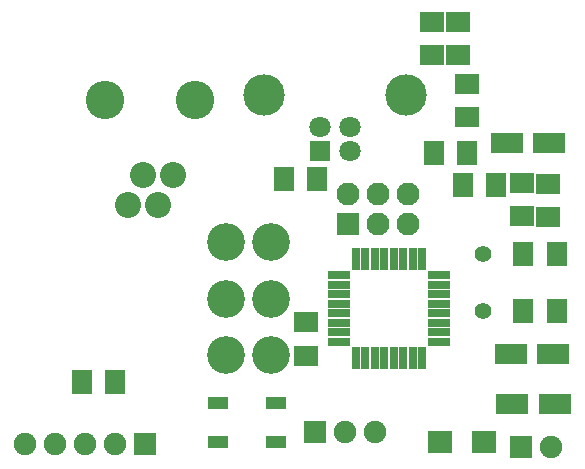
<source format=gbr>
G04 DipTrace 2.4.0.2*
%INTopMask.gbr*%
%MOIN*%
%ADD41C,0.128*%
%ADD51C,0.056*%
%ADD53C,0.138*%
%ADD55C,0.071*%
%ADD57R,0.071X0.071*%
%ADD59R,0.0671X0.0435*%
%ADD61R,0.0277X0.075*%
%ADD63R,0.075X0.0277*%
%ADD65C,0.0868*%
%ADD67C,0.1261*%
%ADD71C,0.0769*%
%ADD73R,0.0769X0.0769*%
%ADD77R,0.0789X0.0742*%
%ADD79R,0.1104X0.071*%
%ADD81R,0.0789X0.071*%
%ADD83R,0.071X0.0789*%
%ADD85C,0.075*%
%ADD87R,0.075X0.075*%
%FSLAX44Y44*%
G04*
G70*
G90*
G75*
G01*
%LNTopMask*%
%LPD*%
D87*
X11503Y4753D3*
D85*
X10503D3*
X9503D3*
X8503D3*
X7503D3*
D83*
X24113Y11084D3*
X25216D3*
X24113Y9178D3*
X25216D3*
D81*
X16869Y7687D3*
Y8789D3*
D79*
X23688Y7741D3*
X25105D3*
D83*
X22231Y14451D3*
X21129D3*
X22097Y13388D3*
X23200D3*
D81*
X24076Y12323D3*
Y13425D3*
D83*
X16137Y13571D3*
X17240D3*
D79*
X23555Y14780D3*
X24972D3*
X23735Y6056D3*
X25153D3*
D77*
X21341Y4812D3*
X22790D3*
D81*
X21940Y18817D3*
Y17714D3*
D73*
X18262Y12074D3*
D71*
X19262D3*
X20262D3*
Y13074D3*
X19262D3*
X18262D3*
D67*
X14190Y7690D3*
Y9580D3*
Y11470D3*
X15690Y11472D3*
Y9582D3*
Y7692D3*
D87*
X24029Y4653D3*
D85*
X25029D3*
D87*
X17159Y5149D3*
D85*
X18159D3*
X19159D3*
D81*
X24932Y12295D3*
Y13397D3*
D83*
X10503Y6816D3*
X9401D3*
D81*
X21067Y18796D3*
Y17693D3*
X22228Y15638D3*
Y16740D3*
D65*
X12427Y13720D3*
X11927Y12720D3*
X11427Y13720D3*
X10927Y12720D3*
D41*
X10177Y16220D3*
X13177D3*
D63*
X21282Y8151D3*
Y8466D3*
Y8781D3*
Y9096D3*
Y9411D3*
Y9726D3*
Y10041D3*
Y10356D3*
D61*
X20731Y10907D3*
X20416D3*
X20101D3*
X19786D3*
X19471D3*
X19156D3*
X18841D3*
X18526D3*
D63*
X17975Y10356D3*
Y10041D3*
Y9726D3*
Y9411D3*
Y9096D3*
Y8781D3*
Y8466D3*
Y8151D3*
D61*
X18526Y7600D3*
X18841D3*
X19156D3*
X19471D3*
X19786D3*
X20101D3*
X20416D3*
X20731D3*
D59*
X13925Y6120D3*
Y4821D3*
X15855D3*
Y6120D3*
D57*
X17339Y14511D3*
D55*
X18323D3*
Y15298D3*
X17339D3*
D53*
X20201Y16365D3*
X15461D3*
D51*
X22759Y11081D3*
Y9181D3*
M02*

</source>
